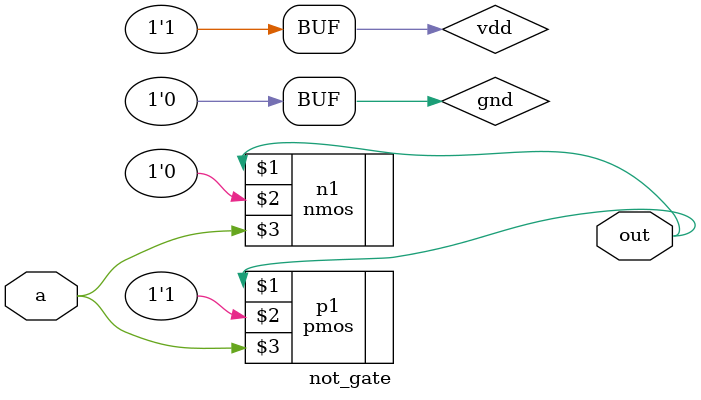
<source format=v>
`timescale 1ns / 1ps

module not_gate (
    input wire a,      // Input signal a
    output wire out    // Output signal
);

// Power supply connections
supply1 vdd;    // VDD (positive supply voltage) = 1
supply0 gnd;    // GND (ground) = 0

// PMOS transistor with 6ns delay
// pmos(drain, source, gate)
pmos #(6) p1(out, vdd, a);  // pmos(output, power, input)

// NMOS transistor with 4ns delay
nmos #(4) n1(out, gnd, a);  // nmos(output, ground, input)

endmodule

// Truth table for PMOS and NMOS transistors in NOT gate:
//
// Input (a) | PMOS (p1) | NMOS (n1) | Output (out)
// ---------|-----------|-----------|-------------
//    0     |    ON     |    OFF    |     1
//    1     |    OFF    |    ON     |     0
//
// When input is 0:
// - PMOS is ON, connecting output to VDD (1)
// - NMOS is OFF, not affecting the output
// Result: Output is pulled up to 1
//
// When input is 1:
// - PMOS is OFF, not affecting the output
// - NMOS is ON, connecting output to GND (0)
// Result: Output is pulled down to 0

</source>
